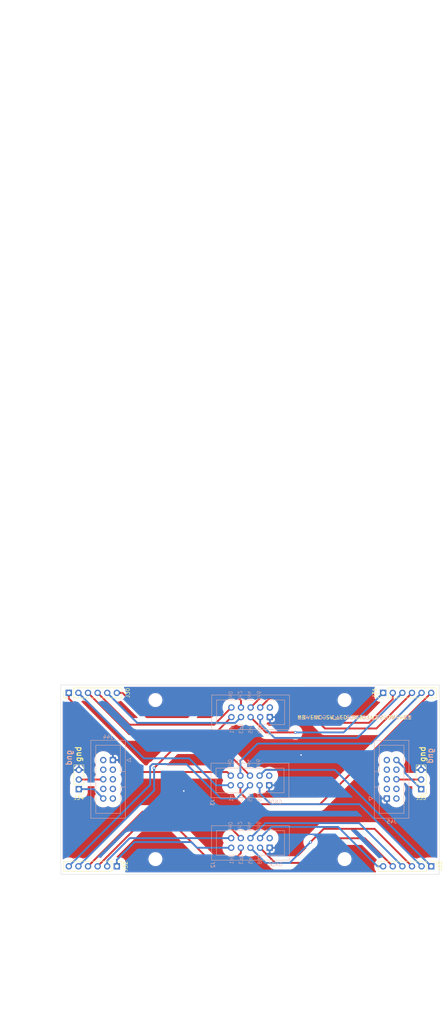
<source format=kicad_pcb>
(kicad_pcb (version 20221018) (generator pcbnew)
  (layers (0 "F.Cu" signal) (31 "B.Cu" signal) (34 "B.Paste" user) (35 "F.Paste" user) (36 "B.SilkS" user "B.Silkscreen") (37 "F.SilkS" user "F.Silkscreen") (38 "B.Mask" user) (39 "F.Mask" user) (44 "Edge.Cuts" user))
  (net 0 "")
  (net 1 "C_SW1")
  (net 2 "C_SW2")
  (net 3 "C_ENC1B")
  (net 4 "C_ENC1A")
  (net 5 "C_ENC2B")
  (net 6 "C_ENC2A")
  (net 7 "C_SW7")
  (net 8 "C_SW8")
  (net 9 "C_ENC7B")
  (net 10 "C_ENC7A")
  (net 11 "C_ENC8B")
  (net 12 "C_ENC8A")
  (net 13 "GNDA")
  (net 14 "+5VA")
  (net 15 "+5VD")
  (net 16 "C_ENC3B")
  (net 17 "C_ENC3A")
  (net 18 "C_ENC4B")
  (net 19 "C_ENC4A")
  (net 20 "C_SW3")
  (net 21 "C_SW4")
  (net 22 "C_ENC5B")
  (net 23 "C_ENC5A")
  (net 24 "C_ENC6B")
  (net 25 "C_ENC6A")
  (net 26 "C_SW5")
  (net 27 "C_SW6")
  (net 31 "Net-(J34-Pin_2)")
  (net 32 "Net-(J35-Pin_2)")
  (footprint "MountingHole:MountingHole_3.2mm_M3" (layer "F.Cu") (at 177 128.5)
    (fp_text reference "H20" hide)
    (fp_text value "MountingHole" hide)
    (pad "" np_thru_hole circle (at 0 0) (size 3.2 3.2) (drill 3.2) (layers "*.Cu" "*.Mask"))
  )
  (footprint "MountingHole:MountingHole_3.2mm_M3" (layer "F.Cu") (at 127 86.5)
    (fp_text reference "H14" hide)
    (fp_text value "MountingHole" hide)
    (pad "" np_thru_hole circle (at 0 0) (size 3.2 3.2) (drill 3.2) (layers "*.Cu" "*.Mask"))
  )
  (footprint "MountingHole:MountingHole_3.2mm_M3" (layer "F.Cu") (at 177 86.5)
    (fp_text reference "H16" hide)
    (fp_text value "MountingHole" hide)
    (pad "" np_thru_hole circle (at 0 0) (size 3.2 3.2) (drill 3.2) (layers "*.Cu" "*.Mask"))
  )
  (footprint "Connector_PinHeader_2.54mm:PinHeader_1x06_P2.54mm_Vertical" (layer "F.Cu") (at 199.9 130.4 -90)
    (fp_text reference "J33" (at 0 -2.33 90) (layer "F.SilkS"))
    (fp_text value "Conn_01x06_Pin" hide)
    (fp_line (start -1.33 -1.33) (end 0 -1.33) (stroke (width 0.12)) (layer "F.SilkS"))
    (fp_line (start -1.33 0) (end -1.33 -1.33) (stroke (width 0.12)) (layer "F.SilkS"))
    (fp_line (start -1.33 1.27) (end -1.33 14.03) (stroke (width 0.12)) (layer "F.SilkS"))
    (fp_line (start -1.33 1.27) (end 1.33 1.27) (stroke (width 0.12)) (layer "F.SilkS"))
    (fp_line (start -1.33 14.03) (end 1.33 14.03) (stroke (width 0.12)) (layer "F.SilkS"))
    (fp_line (start 1.33 1.27) (end 1.33 14.03) (stroke (width 0.12)) (layer "F.SilkS"))
    (pad "1" thru_hole rect (at 0 0 270) (size 1.7 1.7) (drill 1) (layers "*.Cu" "*.Mask") (net 7 "C_SW7"))
    (pad "2" thru_hole oval (at 0 2.54 270) (size 1.7 1.7) (drill 1) (layers "*.Cu" "*.Mask") (net 8 "C_SW8"))
    (pad "3" thru_hole oval (at 0 5.08 270) (size 1.7 1.7) (drill 1) (layers "*.Cu" "*.Mask") (net 9 "C_ENC7B"))
    (pad "4" thru_hole oval (at 0 7.62 270) (size 1.7 1.7) (drill 1) (layers "*.Cu" "*.Mask") (net 10 "C_ENC7A"))
    (pad "5" thru_hole oval (at 0 10.16 270) (size 1.7 1.7) (drill 1) (layers "*.Cu" "*.Mask") (net 11 "C_ENC8B"))
    (pad "6" thru_hole oval (at 0 12.7 270) (size 1.7 1.7) (drill 1) (layers "*.Cu" "*.Mask") (net 12 "C_ENC8A"))
  )
  (footprint "Connector_PinHeader_2.54mm:PinHeader_1x06_P2.54mm_Vertical" (layer "F.Cu") (at 104.1 84.6 90)
    (fp_text reference "J30" (at 0 15.62 90) (layer "F.SilkS"))
    (fp_text value "Conn_01x06_Pin" hide)
    (fp_line (start -1.33 -1.33) (end 0 -1.33) (stroke (width 0.12)) (layer "F.SilkS"))
    (fp_line (start -1.33 0) (end -1.33 -1.33) (stroke (width 0.12)) (layer "F.SilkS"))
    (fp_line (start -1.33 1.27) (end -1.33 14.03) (stroke (width 0.12)) (layer "F.SilkS"))
    (fp_line (start -1.33 1.27) (end 1.33 1.27) (stroke (width 0.12)) (layer "F.SilkS"))
    (fp_line (start -1.33 14.03) (end 1.33 14.03) (stroke (width 0.12)) (layer "F.SilkS"))
    (fp_line (start 1.33 1.27) (end 1.33 14.03) (stroke (width 0.12)) (layer "F.SilkS"))
    (pad "1" thru_hole rect (at 0 0 90) (size 1.7 1.7) (drill 1) (layers "*.Cu" "*.Mask") (net 1 "C_SW1"))
    (pad "2" thru_hole oval (at 0 2.54 90) (size 1.7 1.7) (drill 1) (layers "*.Cu" "*.Mask") (net 2 "C_SW2"))
    (pad "3" thru_hole oval (at 0 5.08 90) (size 1.7 1.7) (drill 1) (layers "*.Cu" "*.Mask") (net 3 "C_ENC1B"))
    (pad "4" thru_hole oval (at 0 7.62 90) (size 1.7 1.7) (drill 1) (layers "*.Cu" "*.Mask") (net 4 "C_ENC1A"))
    (pad "5" thru_hole oval (at 0 10.16 90) (size 1.7 1.7) (drill 1) (layers "*.Cu" "*.Mask") (net 5 "C_ENC2B"))
    (pad "6" thru_hole oval (at 0 12.7 90) (size 1.7 1.7) (drill 1) (layers "*.Cu" "*.Mask") (net 6 "C_ENC2A"))
  )
  (footprint "Connector_PinHeader_2.54mm:PinHeader_1x03_P2.54mm_Vertical" (layer "F.Cu") (at 106.75 110.025 180)
    (fp_text reference "J34" (at 0 -2.33) (layer "F.SilkS"))
    (fp_text value "Conn_01x06_Pin" hide)
    (fp_line (start -1.33 -1.33) (end 0 -1.33) (stroke (width 0.12)) (layer "F.SilkS"))
    (fp_line (start -1.33 0) (end -1.33 -1.33) (stroke (width 0.12)) (layer "F.SilkS"))
    (fp_line (start -1.33 1.27) (end -1.33 6.41) (stroke (width 0.12)) (layer "F.SilkS"))
    (fp_line (start -1.33 1.27) (end 1.33 1.27) (stroke (width 0.12)) (layer "F.SilkS"))
    (fp_line (start -1.33 6.41) (end 1.33 6.41) (stroke (width 0.12)) (layer "F.SilkS"))
    (fp_line (start 1.33 1.27) (end 1.33 6.41) (stroke (width 0.12)) (layer "F.SilkS"))
    (pad "1" thru_hole rect (at 0 0 180) (size 1.7 1.7) (drill 1) (layers "*.Cu" "*.Mask") (net 14 "+5VA"))
    (pad "2" thru_hole oval (at 0 2.54 180) (size 1.7 1.7) (drill 1) (layers "*.Cu" "*.Mask") (net 31 "Net-(J34-Pin_2)"))
    (pad "3" thru_hole oval (at 0 5.08 180) (size 1.7 1.7) (drill 1) (layers "*.Cu" "*.Mask") (net 13 "GNDA"))
  )
  (footprint "Connector_PinHeader_2.54mm:PinHeader_1x06_P2.54mm_Vertical" (layer "F.Cu") (at 187.2 84.6 90)
    (fp_text reference "J31" (at 0 -2.3 90) (layer "F.SilkS"))
    (fp_text value "Conn_01x06_Pin" hide)
    (fp_line (start -1.33 -1.33) (end 0 -1.33) (stroke (width 0.12)) (layer "F.SilkS"))
    (fp_line (start -1.33 0) (end -1.33 -1.33) (stroke (width 0.12)) (layer "F.SilkS"))
    (fp_line (start -1.33 1.27) (end -1.33 14.03) (stroke (width 0.12)) (layer "F.SilkS"))
    (fp_line (start -1.33 1.27) (end 1.33 1.27) (stroke (width 0.12)) (layer "F.SilkS"))
    (fp_line (start -1.33 14.03) (end 1.33 14.03) (stroke (width 0.12)) (layer "F.SilkS"))
    (fp_line (start 1.33 1.27) (end 1.33 14.03) (stroke (width 0.12)) (layer "F.SilkS"))
    (pad "1" thru_hole rect (at 0 0 90) (size 1.7 1.7) (drill 1) (layers "*.Cu" "*.Mask") (net 16 "C_ENC3B"))
    (pad "2" thru_hole oval (at 0 2.54 90) (size 1.7 1.7) (drill 1) (layers "*.Cu" "*.Mask") (net 17 "C_ENC3A"))
    (pad "3" thru_hole oval (at 0 5.08 90) (size 1.7 1.7) (drill 1) (layers "*.Cu" "*.Mask") (net 18 "C_ENC4B"))
    (pad "4" thru_hole oval (at 0 7.62 90) (size 1.7 1.7) (drill 1) (layers "*.Cu" "*.Mask") (net 19 "C_ENC4A"))
    (pad "5" thru_hole oval (at 0 10.16 90) (size 1.7 1.7) (drill 1) (layers "*.Cu" "*.Mask") (net 20 "C_SW3"))
    (pad "6" thru_hole oval (at 0 12.7 90) (size 1.7 1.7) (drill 1) (layers "*.Cu" "*.Mask") (net 21 "C_SW4"))
  )
  (footprint "Connector_PinHeader_2.54mm:PinHeader_1x06_P2.54mm_Vertical" (layer "F.Cu") (at 116.8 130.4 -90)
    (fp_text reference "J32" (at 0 -2.33 90) (layer "F.SilkS"))
    (fp_text value "Conn_01x06_Pin" hide)
    (fp_line (start -1.33 -1.33) (end 0 -1.33) (stroke (width 0.12)) (layer "F.SilkS"))
    (fp_line (start -1.33 0) (end -1.33 -1.33) (stroke (width 0.12)) (layer "F.SilkS"))
    (fp_line (start -1.33 1.27) (end -1.33 14.03) (stroke (width 0.12)) (layer "F.SilkS"))
    (fp_line (start -1.33 1.27) (end 1.33 1.27) (stroke (width 0.12)) (layer "F.SilkS"))
    (fp_line (start -1.33 14.03) (end 1.33 14.03) (stroke (width 0.12)) (layer "F.SilkS"))
    (fp_line (start 1.33 1.27) (end 1.33 14.03) (stroke (width 0.12)) (layer "F.SilkS"))
    (pad "1" thru_hole rect (at 0 0 270) (size 1.7 1.7) (drill 1) (layers "*.Cu" "*.Mask") (net 22 "C_ENC5B"))
    (pad "2" thru_hole oval (at 0 2.54 270) (size 1.7 1.7) (drill 1) (layers "*.Cu" "*.Mask") (net 23 "C_ENC5A"))
    (pad "3" thru_hole oval (at 0 5.08 270) (size 1.7 1.7) (drill 1) (layers "*.Cu" "*.Mask") (net 24 "C_ENC6B"))
    (pad "4" thru_hole oval (at 0 7.62 270) (size 1.7 1.7) (drill 1) (layers "*.Cu" "*.Mask") (net 25 "C_ENC6A"))
    (pad "5" thru_hole oval (at 0 10.16 270) (size 1.7 1.7) (drill 1) (layers "*.Cu" "*.Mask") (net 26 "C_SW5"))
    (pad "6" thru_hole oval (at 0 12.7 270) (size 1.7 1.7) (drill 1) (layers "*.Cu" "*.Mask") (net 27 "C_SW6"))
  )
  (footprint "Connector_PinHeader_2.54mm:PinHeader_1x03_P2.54mm_Vertical" (layer "F.Cu") (at 197.25 110.025 180)
    (fp_text reference "J35" (at 0 -2.33) (layer "F.SilkS"))
    (fp_text value "Conn_01x06_Pin" hide)
    (fp_line (start -1.33 -1.33) (end 0 -1.33) (stroke (width 0.12)) (layer "F.SilkS"))
    (fp_line (start -1.33 0) (end -1.33 -1.33) (stroke (width 0.12)) (layer "F.SilkS"))
    (fp_line (start -1.33 1.27) (end -1.33 6.41) (stroke (width 0.12)) (layer "F.SilkS"))
    (fp_line (start -1.33 1.27) (end 1.33 1.27) (stroke (width 0.12)) (layer "F.SilkS"))
    (fp_line (start -1.33 6.41) (end 1.33 6.41) (stroke (width 0.12)) (layer "F.SilkS"))
    (fp_line (start 1.33 1.27) (end 1.33 6.41) (stroke (width 0.12)) (layer "F.SilkS"))
    (pad "1" thru_hole rect (at 0 0 180) (size 1.7 1.7) (drill 1) (layers "*.Cu" "*.Mask") (net 15 "+5VD"))
    (pad "2" thru_hole oval (at 0 2.54 180) (size 1.7 1.7) (drill 1) (layers "*.Cu" "*.Mask") (net 32 "Net-(J35-Pin_2)"))
    (pad "3" thru_hole oval (at 0 5.08 180) (size 1.7 1.7) (drill 1) (layers "*.Cu" "*.Mask") (net 13 "GNDA"))
  )
  (footprint "MountingHole:MountingHole_3.2mm_M3" (layer "F.Cu") (at 127 128.5)
    (fp_text reference "H18" hide)
    (fp_text value "MountingHole" hide)
    (pad "" np_thru_hole circle (at 0 0) (size 3.2 3.2) (drill 3.2) (layers "*.Cu" "*.Mask"))
  )
  (footprint "Connector_IDC:IDC-Header_2x05_P2.54mm_Vertical" (layer "B.Cu") (at 115.7525 102.34 180)
    (fp_text reference "J44" (at 1.27 6.1) (layer "B.SilkS") (effects (justify mirror)))
    (fp_text value "IDC-Header_2x05_P2.54mm_Vertical")
    (fp_line (start -4.68 -0.5) (end -3.68 0) (stroke (width 0.12)) (layer "B.SilkS"))
    (fp_line (start -4.68 0.5) (end -4.68 -0.5) (stroke (width 0.12)) (layer "B.SilkS"))
    (fp_line (start -3.68 0) (end -4.68 0.5) (stroke (width 0.12)) (layer "B.SilkS"))
    (fp_line (start -3.29 -15.37) (end -3.29 5.21) (stroke (width 0.12)) (layer "B.SilkS"))
    (fp_line (start -3.29 -3.03) (end -1.98 -3.03) (stroke (width 0.12)) (layer "B.SilkS"))
    (fp_line (start -3.29 5.21) (end 5.83 5.21) (stroke (width 0.12)) (layer "B.SilkS"))
    (fp_line (start -1.98 -14.07) (end -1.98 -7.13) (stroke (width 0.12)) (layer "B.SilkS"))
    (fp_line (start -1.98 -7.13) (end -3.29 -7.13) (stroke (width 0.12)) (layer "B.SilkS"))
    (fp_line (start -1.98 -7.13) (end -1.98 -7.13) (stroke (width 0.12)) (layer "B.SilkS"))
    (fp_line (start -1.98 -3.03) (end -1.98 3.91) (stroke (width 0.12)) (layer "B.SilkS"))
    (fp_line (start -1.98 3.91) (end 4.52 3.91) (stroke (width 0.12)) (layer "B.SilkS"))
    (fp_line (start 4.52 -14.07) (end -1.98 -14.07) (stroke (width 0.12)) (layer "B.SilkS"))
    (fp_line (start 4.52 3.91) (end 4.52 -14.07) (stroke (width 0.12)) (layer "B.SilkS"))
    (fp_line (start 5.83 -15.37) (end -3.29 -15.37) (stroke (width 0.12)) (layer "B.SilkS"))
    (fp_line (start 5.83 5.21) (end 5.83 -15.37) (stroke (width 0.12)) (layer "B.SilkS"))
    (pad "1" thru_hole roundrect (at 0 0 180) (size 1.7 1.7) (drill 1) (layers "*.Cu" "*.Mask") (roundrect_rratio 0.1470588235) (net 13 "GNDA"))
    (pad "2" thru_hole circle (at 2.54 0 180) (size 1.7 1.7) (drill 1) (layers "*.Cu" "*.Mask"))
    (pad "3" thru_hole circle (at 0 -2.54 180) (size 1.7 1.7) (drill 1) (layers "*.Cu" "*.Mask"))
    (pad "4" thru_hole circle (at 2.54 -2.54 180) (size 1.7 1.7) (drill 1) (layers "*.Cu" "*.Mask"))
    (pad "5" thru_hole circle (at 0 -5.08 180) (size 1.7 1.7) (drill 1) (layers "*.Cu" "*.Mask"))
    (pad "6" thru_hole circle (at 2.54 -5.08 180) (size 1.7 1.7) (drill 1) (layers "*.Cu" "*.Mask") (net 31 "Net-(J34-Pin_2)"))
    (pad "7" thru_hole circle (at 0 -7.62 180) (size 1.7 1.7) (drill 1) (layers "*.Cu" "*.Mask"))
    (pad "8" thru_hole circle (at 2.54 -7.62 180) (size 1.7 1.7) (drill 1) (layers "*.Cu" "*.Mask"))
    (pad "9" thru_hole circle (at 0 -10.16 180) (size 1.7 1.7) (drill 1) (layers "*.Cu" "*.Mask"))
    (pad "10" thru_hole circle (at 2.54 -10.16 180) (size 1.7 1.7) (drill 1) (layers "*.Cu" "*.Mask") (net 14 "+5VA"))
  )
  (footprint "lib 2022 ksir:IDC-Header_2x05_P2.54mm_Vertical_ksr_dIN" (layer "B.Cu") (at 157.2 125.5 90)
    (fp_text reference "J2" (at -4.5 -15 90) (layer "B.SilkS") (effects (justify mirror)))
    (fp_text value "sin_in")
    (fp_text user "In3" (at -2 -7 90 unlocked) (layer "B.SilkS") (effects (font (thickness 0.1)) (justify left bottom mirror)))
    (fp_text user "In8" (at -2 -2 90 unlocked) (layer "B.SilkS") (effects (font (thickness 0.1)) (justify left bottom mirror)))
    (fp_text user "In1" (at -2 -9.5 90 unlocked) (layer "B.SilkS") (effects (font (thickness 0.1)) (justify left bottom mirror)))
    (fp_text user "In4" (at 4.5 -5.99922 270 unlocked) (layer "B.SilkS") (effects (font (thickness 0.1)) (justify left bottom mirror)))
    (fp_text user "In2" (at 4.606132 -8.5 270 unlocked) (layer "B.SilkS") (effects (font (thickness 0.1)) (justify left bottom mirror)))
    (fp_text user "GND" (at -5 3.5 unlocked) (layer "B.SilkS") (effects (font (thickness 0.1)) (justify left bottom mirror)))
    (fp_text user "In0" (at 4.5 -10.99922 270 unlocked) (layer "B.SilkS") (effects (font (thickness 0.1)) (justify left bottom mirror)))
    (fp_text user "In6" (at 4.606132 -3.5 270 unlocked) (layer "B.SilkS") (effects (font (thickness 0.1)) (justify left bottom mirror)))
    (fp_text user "In5" (at -2 -4.5 90 unlocked) (layer "B.SilkS") (effects (font (thickness 0.1)) (justify left bottom mirror)))
    (fp_line (start -4.68 -0.5) (end -3.68 0) (stroke (width 0.12)) (layer "B.SilkS"))
    (fp_line (start -4.68 0.5) (end -4.68 -0.5) (stroke (width 0.12)) (layer "B.SilkS"))
    (fp_line (start -3.68 0) (end -4.68 0.5) (stroke (width 0.12)) (layer "B.SilkS"))
    (fp_line (start -3.29 -15.37) (end -3.29 5.21) (stroke (width 0.12)) (layer "B.SilkS"))
    (fp_line (start -3.29 -3.03) (end -1.98 -3.03) (stroke (width 0.12)) (layer "B.SilkS"))
    (fp_line (start -3.29 5.21) (end 5.83 5.21) (stroke (width 0.12)) (layer "B.SilkS"))
    (fp_line (start -1.98 -14.07) (end -1.98 -7.13) (stroke (width 0.12)) (layer "B.SilkS"))
    (fp_line (start -1.98 -7.13) (end -3.29 -7.13) (stroke (width 0.12)) (layer "B.SilkS"))
    (fp_line (start -1.98 -7.13) (end -1.98 -7.13) (stroke (width 0.12)) (layer "B.SilkS"))
    (fp_line (start -1.98 -3.03) (end -1.98 3.91) (stroke (width 0.12)) (layer "B.SilkS"))
    (fp_line (start -1.98 3.91) (end 4.52 3.91) (stroke (width 0.12)) (layer "B.SilkS"))
    (fp_line (start 4.52 -14.07) (end -1.98 -14.07) (stroke (width 0.12)) (layer "B.SilkS"))
    (fp_line (start 4.52 3.91) (end 4.52 -14.07) (stroke (width 0.12)) (layer "B.SilkS"))
    (fp_line (start 5.83 -15.37) (end -3.29 -15.37) (stroke (width 0.12)) (layer "B.SilkS"))
    (fp_line (start 5.83 5.21) (end 5.83 -15.37) (stroke (width 0.12)) (layer "B.SilkS"))
    (pad "1" thru_hole roundrect (at 0 0 90) (size 1.7 1.7) (drill 1) (layers "*.Cu" "*.Mask") (roundrect_rratio 0.1470588235) (net 13 "GNDA"))
    (pad "2" thru_hole circle (at 2.54 0 90) (size 1.7 1.7) (drill 1) (layers "*.Cu" "*.Mask"))
    (pad "3" thru_hole circle (at 0 -2.54 90) (size 1.7 1.7) (drill 1) (layers "*.Cu" "*.Mask") (net 11 "C_ENC8B"))
    (pad "4" thru_hole circle (at 2.54 -2.54 90) (size 1.7 1.7) (drill 1) (layers "*.Cu" "*.Mask") (net 12 "C_ENC8A"))
    (pad "5" thru_hole circle (at 0 -5.08 90) (size 1.7 1.7) (drill 1) (layers "*.Cu" "*.Mask") (net 9 "C_ENC7B"))
    (pad "6" thru_hole circle (at 2.54 -5.08 90) (size 1.7 1.7) (drill 1) (layers "*.Cu" "*.Mask") (net 10 "C_ENC7A"))
    (pad "7" thru_hole circle (at 0 -7.62 90) (size 1.7 1.7) (drill 1) (layers "*.Cu" "*.Mask") (net 24 "C_ENC6B"))
    (pad "8" thru_hole circle (at 2.54 -7.62 90) (size 1.7 1.7) (drill 1) (layers "*.Cu" "*.Mask") (net 25 "C_ENC6A"))
    (pad "9" thru_hole circle (at 0 -10.16 90) (size 1.7 1.7) (drill 1) (layers "*.Cu" "*.Mask") (net 22 "C_ENC5B"))
    (pad "10" thru_hole circle (at 2.54 -10.16 90) (size 1.7 1.7) (drill 1) (layers "*.Cu" "*.Mask") (net 23 "C_ENC5A"))
  )
  (footprint "lib 2022 ksir:IDC-Header_2x05_P2.54mm_Vertical_ksr_dIN" (layer "B.Cu") (at 157.08 109 90)
    (fp_text reference "J3" (at -4.5 -15 90) (layer "B.SilkS") (effects (justify mirror)))
    (fp_text value "sin_in")
    (fp_text user "In2" (at 4.606132 -8.5 270 unlocked) (layer "B.SilkS") (effects (font (thickness 0.1)) (justify left bottom mirror)))
    (fp_text user "In8" (at -2 -2 90 unlocked) (layer "B.SilkS") (effects (font (thickness 0.1)) (justify left bottom mirror)))
    (fp_text user "In5" (at -2 -4.5 90 unlocked) (layer "B.SilkS") (effects (font (thickness 0.1)) (justify left bottom mirror)))
    (fp_text user "In3" (at -2 -7 90 unlocked) (layer "B.SilkS") (effects (font (thickness 0.1)) (justify left bottom mirror)))
    (fp_text user "In6" (at 4.606132 -3.5 270 unlocked) (layer "B.SilkS") (effects (font (thickness 0.1)) (justify left bottom mirror)))
    (fp_text user "In0" (at 4.5 -10.99922 270 unlocked) (layer "B.SilkS") (effects (font (thickness 0.1)) (justify left bottom mirror)))
    (fp_text user "In1" (at -2 -9.5 90 unlocked) (layer "B.SilkS") (effects (font (thickness 0.1)) (justify left bottom mirror)))
    (fp_text user "In4" (at 4.5 -5.99922 270 unlocked) (layer "B.SilkS") (effects (font (thickness 0.1)) (justify left bottom mirror)))
    (fp_text user "GND" (at -5 3.5 unlocked) (layer "B.SilkS") (effects (font (thickness 0.1)) (justify left bottom mirror)))
    (fp_line (start -4.68 -0.5) (end -3.68 0) (stroke (width 0.12)) (layer "B.SilkS"))
    (fp_line (start -4.68 0.5) (end -4.68 -0.5) (stroke (width 0.12)) (layer "B.SilkS"))
    (fp_line (start -3.68 0) (end -4.68 0.5) (stroke (width 0.12)) (layer "B.SilkS"))
    (fp_line (start -3.29 -15.37) (end -3.29 5.21) (stroke (width 0.12)) (layer "B.SilkS"))
    (fp_line (start -3.29 -3.03) (end -1.98 -3.03) (stroke (width 0.12)) (layer "B.SilkS"))
    (fp_line (start -3.29 5.21) (end 5.83 5.21) (stroke (width 0.12)) (layer "B.SilkS"))
    (fp_line (start -1.98 -14.07) (end -1.98 -7.13) (stroke (width 0.12)) (layer "B.SilkS"))
    (fp_line (start -1.98 -7.13) (end -3.29 -7.13) (stroke (width 0.12)) (layer "B.SilkS"))
    (fp_line (start -1.98 -7.13) (end -1.98 -7.13) (stroke (width 0.12)) (layer "B.SilkS"))
    (fp_line (start -1.98 -3.03) (end -1.98 3.91) (stroke (width 0.12)) (layer "B.SilkS"))
    (fp_line (start -1.98 3.91) (end 4.52 3.91) (stroke (width 0.12)) (layer "B.SilkS"))
    (fp_line (start 4.52 -14.07) (end -1.98 -14.07) (stroke (width 0.12)) (layer "B.SilkS"))
    (fp_line (start 4.52 3.91) (end 4.52 -14.07) (stroke (width 0.12)) (layer "B.SilkS"))
    (fp_line (start 5.83 -15.37) (end -3.29 -15.37) (stroke (width 0.12)) (layer "B.SilkS"))
    (fp_line (start 5.83 5.21) (end 5.83 -15.37) (stroke (width 0.12)) (layer "B.SilkS"))
    (pad "1" thru_hole roundrect (at 0 0 90) (size 1.7 1.7) (drill 1) (layers "*.Cu" "*.Mask") (roundrect_rratio 0.1470588235) (net 13 "GNDA"))
    (pad "2" thru_hole circle (at 2.54 0 90) (size 1.7 1.7) (drill 1) (layers "*.Cu" "*.Mask"))
    (pad "3" thru_hole circle (at 0 -2.54 90) (size 1.7 1.7) (drill 1) (layers "*.Cu" "*.Mask") (net 8 "C_SW8"))
    (pad "4" thru_hole circle (at 2.54 -2.54 90) (size 1.7 1.7) (drill 1) (layers "*.Cu" "*.Mask") (net 7 "C_SW7"))
    (pad "5" thru_hole circle (at 0 -5.08 90) (size 1.7 1.7) (drill 1) (layers "*.Cu" "*.Mask") (net 27 "C_SW6"))
    (pad "6" thru_hole circle (at 2.54 -5.08 90) (size 1.7 1.7) (drill 1) (layers "*.Cu" "*.Mask") (net 26 "C_SW5"))
    (pad "7" thru_hole circle (at 0 -7.62 90) (size 1.7 1.7) (drill 1) (layers "*.Cu" "*.Mask") (net 21 "C_SW4"))
    (pad "8" thru_hole circle (at 2.54 -7.62 90) (size 1.7 1.7) (drill 1) (layers "*.Cu" "*.Mask") (net 20 "C_SW3"))
    (pad "9" thru_hole circle (at 0 -10.16 90) (size 1.7 1.7) (drill 1) (layers "*.Cu" "*.Mask") (net 2 "C_SW2"))
    (pad "10" thru_hole circle (at 2.54 -10.16 90) (size 1.7 1.7) (drill 1) (layers "*.Cu" "*.Mask") (net 1 "C_SW1"))
  )
  (footprint "lib 2022 ksir:IDC-Header_2x05_P2.54mm_Vertical_ksr_dIN" (layer "B.Cu") (at 157.24 91 90)
    (fp_text reference "J1" hide)
    (fp_text value "sin_in")
    (fp_text user "In2" (at 4.606132 -8.5 270 unlocked) (layer "B.SilkS") (effects (font (thickness 0.1)) (justify left bottom mirror)))
    (fp_text user "In5" (at -2 -4.5 90 unlocked) (layer "B.SilkS") (effects (font (thickness 0.1)) (justify left bottom mirror)))
    (fp_text user "In1" (at -2 -9.5 90 unlocked) (layer "B.SilkS") (effects (font (thickness 0.1)) (justify left bottom mirror)))
    (fp_text user "In0" (at 4.5 -10.99922 270 unlocked) (layer "B.SilkS") (effects (font (thickness 0.1)) (justify left bottom mirror)))
    (fp_text user "In4" (at 4.5 -5.99922 270 unlocked) (layer "B.SilkS") (effects (font (thickness 0.1)) (justify left bottom mirror)))
    (fp_text user "In3" (at -2 -7 90 unlocked) (layer "B.SilkS") (effects (font (thickness 0.1)) (justify left bottom mirror)))
    (fp_text user "In8" (at -2 -2 90 unlocked) (layer "B.SilkS") (effects (font (thickness 0.1)) (justify left bottom mirror)))
    (fp_text user "In6" (at 4.606132 -3.5 270 unlocked) (layer "B.SilkS") (effects (font (thickness 0.1)) (justify left bottom mirror)))
    (fp_line (start -4.68 -0.5) (end -3.68 0) (stroke (width 0.12)) (layer "B.SilkS"))
    (fp_line (start -4.68 0.5) (end -4.68 -0.5) (stroke (width 0.12)) (layer "B.SilkS"))
    (fp_line (start -3.68 0) (end -4.68 0.5) (stroke (width 0.12)) (layer "B.SilkS"))
    (fp_line (start -3.29 -15.37) (end -3.29 5.21) (stroke (width 0.12)) (layer "B.SilkS"))
    (fp_line (start -3.29 -3.03) (end -1.98 -3.03) (stroke (width 0.12)) (layer "B.SilkS"))
    (fp_line (start -3.29 5.21) (end 5.83 5.21) (stroke (width 0.12)) (layer "B.SilkS"))
    (fp_line (start -1.98 -14.07) (end -1.98 -7.13) (stroke (width 0.12)) (layer "B.SilkS"))
    (fp_line (start -1.98 -7.13) (end -3.29 -7.13) (stroke (width 0.12)) (layer "B.SilkS"))
    (fp_line (start -1.98 -7.13) (end -1.98 -7.13) (stroke (width 0.12)) (layer "B.SilkS"))
    (fp_line (start -1.98 -3.03) (end -1.98 3.91) (stroke (width 0.12)) (layer "B.SilkS"))
    (fp_line (start -1.98 3.91) (end 4.52 3.91) (stroke (width 0.12)) (layer "B.SilkS"))
    (fp_line (start 4.52 -14.07) (end -1.98 -14.07) (stroke (width 0.12)) (layer "B.SilkS"))
    (fp_line (start 4.52 3.91) (end 4.52 -14.07) (stroke (width 0.12)) (layer "B.SilkS"))
    (fp_line (start 5.83 -15.37) (end -3.29 -15.37) (stroke (width 0.12)) (layer "B.SilkS"))
    (fp_line (start 5.83 5.21) (end 5.83 -15.37) (stroke (width 0.12)) (layer "B.SilkS"))
    (pad "1" thru_hole roundrect (at 0 0 90) (size 1.7 1.7) (drill 1) (layers "*.Cu" "*.Mask") (roundrect_rratio 0.1470588235) (net 13 "GNDA"))
    (pad "2" thru_hole circle (at 2.54 0 90) (size 1.7 1.7) (drill 1) (layers "*.Cu" "*.Mask"))
    (pad "3" thru_hole circle (at 0 -2.54 90) (size 1.7 1.7) (drill 1) (layers "*.Cu" "*.Mask") (net 18 "C_ENC4B"))
    (pad "4" thru_hole circle (at 2.54 -2.54 90) (size 1.7 1.7) (drill 1) (layers "*.Cu" "*.Mask") (net 19 "C_ENC4A"))
    (pad "5" thru_hole circle (at 0 -5.08 90) (size 1.7 1.7) (drill 1) (layers "*.Cu" "*.Mask") (net 16 "C_ENC3B"))
    (pad "6" thru_hole circle (at 2.54 -5.08 90) (size 1.7 1.7) (drill 1) (layers "*.Cu" "*.Mask") (net 17 "C_ENC3A"))
    (pad "7" thru_hole circle (at 0 -7.62 90) (size 1.7 1.7) (drill 1) (layers "*.Cu" "*.Mask") (net 5 "C_ENC2B"))
    (pad "8" thru_hole circle (at 2.54 -7.62 90) (size 1.7 1.7) (drill 1) (layers "*.Cu" "*.Mask") (net 6 "C_ENC2A"))
    (pad "9" thru_hole circle (at 0 -10.16 90) (size 1.7 1.7) (drill 1) (layers "*.Cu" "*.Mask") (net 3 "C_ENC1B"))
    (pad "10" thru_hole circle (at 2.54 -10.16 90) (size 1.7 1.7) (drill 1) (layers "*.Cu" "*.Mask") (net 4 "C_ENC1A"))
  )
  (footprint "Connector_IDC:IDC-Header_2x05_P2.54mm_Vertical" (layer "B.Cu") (at 188.1725 112.5)
    (fp_text reference "J45" (at 1.27 6.1) (layer "B.SilkS") (effects (justify mirror)))
    (fp_text value "IDC-Header_2x05_P2.54mm_Vertical")
    (fp_line (start -4.68 -0.5) (end -3.68 0) (stroke (width 0.12)) (layer "B.SilkS"))
    (fp_line (start -4.68 0.5) (end -4.68 -0.5) (stroke (width 0.12)) (layer "B.SilkS"))
    (fp_line (start -3.68 0) (end -4.68 0.5) (stroke (width 0.12)) (layer "B.SilkS"))
    (fp_line (start -3.29 -15.37) (end -3.29 5.21) (stroke (width 0.12)) (layer "B.SilkS"))
    (fp_line (start -3.29 -3.03) (end -1.98 -3.03) (stroke (width 0.12)) (layer "B.SilkS"))
    (fp_line (start -3.29 5.21) (end 5.83 5.21) (stroke (width 0.12)) (layer "B.SilkS"))
    (fp_line (start -1.98 -14.07) (end -1.98 -7.13) (stroke (width 0.12)) (layer "B.SilkS"))
    (fp_line (start -1.98 -7.13) (end -3.29 -7.13) (stroke (width 0.12)) (layer "B.SilkS"))
    (fp_line (start -1.98 -7.13) (end -1.98 -7.13) (stroke (width 0.12)) (layer "B.SilkS"))
    (fp_line (start -1.98 -3.03) (end -1.98 3.91) (stroke (width 0.12)) (layer "B.SilkS"))
    (fp_line (start -1.98 3.91) (end 4.52 3.91) (stroke (width 0.12)) (layer "B.SilkS"))
    (fp_line (start 4.52 -14.07) (end -1.98 -14.07) (stroke (width 0.12)) (layer "B.SilkS"))
    (fp_line (start 4.52 3.91) (end 4.52 -14.07) (stroke (width 0.12)) (layer "B.SilkS"))
    (fp_line (start 5.83 -15.37) (end -3.29 -15.37) (stroke (width 0.12)) (layer "B.SilkS"))
    (fp_line (start 5.83 5.21) (end 5.83 -15.37) (stroke (width 0.12)) (layer "B.SilkS"))
    (pad "1" thru_hole roundrect (at 0 0) (size 1.7 1.7) (drill 1) (layers "*.Cu" "*.Mask") (roundrect_rratio 0.1470588235) (net 13 "GNDA"))
    (pad "2" thru_hole circle (at 2.54 0) (size 1.7 1.7) (drill 1) (layers "*.Cu" "*.Mask"))
    (pad "3" thru_hole circle (at 0 -2.54) (size 1.7 1.7) (drill 1) (layers "*.Cu" "*.Mask"))
    (pad "4" thru_hole circle (at 2.54 -2.54) (size 1.7 1.7) (drill 1) (layers "*.Cu" "*.Mask"))
    (pad "5" thru_hole circle (at 0 -5.08) (size 1.7 1.7) (drill 1) (layers "*.Cu" "*.Mask"))
    (pad "6" thru_hole circle (at 2.54 -5.08) (size 1.7 1.7) (drill 1) (layers "*.Cu" "*.Mask") (net 32 "Net-(J35-Pin_2)"))
    (pad "7" thru_hole circle (at 0 -7.62) (size 1.7 1.7) (drill 1) (layers "*.Cu" "*.Mask"))
    (pad "8" thru_hole circle (at 2.54 -7.62) (size 1.7 1.7) (drill 1) (layers "*.Cu" "*.Mask"))
    (pad "9" thru_hole circle (at 0 -10.16) (size 1.7 1.7) (drill 1) (layers "*.Cu" "*.Mask"))
    (pad "10" thru_hole circle (at 2.54 -10.16) (size 1.7 1.7) (drill 1) (layers "*.Cu" "*.Mask") (net 15 "+5VD"))
  )
  (gr_poly (pts (xy 202 132.5) (xy 102 132.5) (xy 102 82.5) (xy 202 82.5)) (stroke (width 0.1)) (fill none) (layer "Edge.Cuts"))
  (gr_text "MB-ENC-SW_LED-RGB-4x2-CON-V0.1" (at 179.7 91.1) (layer "B.SilkS") (effects (font (size 1 1)) (justify mirror)))
  (gr_text "gnd" (at 200.5 99 90) (layer "B.SilkS") (effects (font (size 1.5 1.5) (thickness 0.3) bold) (justify left bottom mirror)))
  (gr_text "gnd" (at 105 99.5 90) (layer "B.SilkS") (effects (font (size 1.5 1.5) (thickness 0.3) bold) (justify left bottom mirror)))
  (gr_text "gnd" (at 107.5 103 90) (layer "F.SilkS") (effects (font (size 1.5 1.5) (thickness 0.3) bold) (justify left bottom)))
  (gr_text "MB-ENC-SW_LED-RGB-4x2-CON-V0.1" (at 179.6 91.1) (layer "F.SilkS") (effects (font (size 1 1))))
  (gr_text "gnd" (at 198.5 103 90) (layer "F.SilkS") (effects (font (size 1.5 1.5) (thickness 0.3) bold) (justify left bottom)))
  (segment (start 145.96 105.5) (end 146.92 106.46) (width 0.5) (layer "F.Cu") (net 1))
  (segment (start 104.1 86.1001) (end 123.4999 105.5) (width 0.5) (layer "F.Cu") (net 1))
  (segment (start 104.1 84.6) (end 104.1 86.1001) (width 0.5) (layer "F.Cu") (net 1))
  (segment (start 123.4999 105.5) (end 145.96 105.5) (width 0.5) (layer "F.Cu") (net 1))
  (segment (start 143 109) (end 135.8892 101.8892) (width 0.5) (layer "B.Cu") (net 2))
  (segment (start 123.9292 101.8892) (end 106.64 84.6) (width 0.5) (layer "B.Cu") (net 2))
  (segment (start 146.92 109) (end 143 109) (width 0.5) (layer "B.Cu") (net 2))
  (segment (start 135.8892 101.8892) (end 123.9292 101.8892) (width 0.5) (layer "B.Cu") (net 2))
  (segment (start 142.58 95.5) (end 147.08 91) (width 0.5) (layer "F.Cu") (net 3))
  (segment (start 109.18 84.6) (end 120.08 95.5) (width 0.5) (layer "F.Cu") (net 3))
  (segment (start 120.08 95.5) (end 142.58 95.5) (width 0.5) (layer "F.Cu") (net 3))
  (segment (start 120.12 93) (end 142.54 93) (width 0.5) (layer "F.Cu") (net 4))
  (segment (start 142.54 93) (end 147.08 88.46) (width 0.5) (layer "F.Cu") (net 4))
  (segment (start 111.72 84.6) (end 120.12 93) (width 0.5) (layer "F.Cu") (net 4))
  (segment (start 114.26 84.6) (end 122.1822 92.5222) (width 0.5) (layer "B.Cu") (net 5))
  (segment (start 122.1822 92.5222) (end 148.0978 92.5222) (width 0.5) (layer "B.Cu") (net 5))
  (segment (start 148.0978 92.5222) (end 149.62 91) (width 0.5) (layer "B.Cu") (net 5))
  (segment (start 148.5 85.5) (end 149.62 86.62) (width 0.5) (layer "F.Cu") (net 6))
  (segment (start 116.8 84.6) (end 118.3001 84.6) (width 0.5) (layer "F.Cu") (net 6))
  (segment (start 149.62 86.62) (end 149.62 88.46) (width 0.5) (layer "F.Cu") (net 6))
  (segment (start 135.5 91) (end 141 85.5) (width 0.5) (layer "F.Cu") (net 6))
  (segment (start 141 85.5) (end 148.5 85.5) (width 0.5) (layer "F.Cu") (net 6))
  (segment (start 124.7001 91) (end 135.5 91) (width 0.5) (layer "F.Cu") (net 6))
  (segment (start 118.3001 84.6) (end 124.7001 91) (width 0.5) (layer "F.Cu") (net 6))
  (segment (start 174.4378 104.9378) (end 156.0622 104.9378) (width 0.5) (layer "B.Cu") (net 7))
  (segment (start 156.0622 104.9378) (end 154.54 106.46) (width 0.5) (layer "B.Cu") (net 7))
  (segment (start 199.9 130.4) (end 174.4378 104.9378) (width 0.5) (layer "B.Cu") (net 7))
  (segment (start 154.54 111.04) (end 154.54 109) (width 0.5) (layer "B.Cu") (net 8))
  (segment (start 180.96 114) (end 157.5 114) (width 0.5) (layer "B.Cu") (net 8))
  (segment (start 197.36 130.4) (end 180.96 114) (width 0.5) (layer "B.Cu") (net 8))
  (segment (start 157.5 114) (end 154.54 111.04) (width 0.5) (layer "B.Cu") (net 8))
  (segment (start 171.5 120.5) (end 168 124) (width 0.5) (layer "F.Cu") (net 9))
  (segment (start 184.92 120.5) (end 171.5 120.5) (width 0.5) (layer "F.Cu") (net 9))
  (segment (start 194.82 130.4) (end 184.92 120.5) (width 0.5) (layer "F.Cu") (net 9))
  (via (at 168 124) (size 0.8) (drill 0.4) (layers "F.Cu" "B.Cu") (net 9))
  (segment (start 162.5 129.5) (end 168 124) (width 0.5) (layer "B.Cu") (net 9))
  (segment (start 156.12 129.5) (end 162.5 129.5) (width 0.5) (layer "B.Cu") (net 9))
  (segment (start 152.12 125.5) (end 156.12 129.5) (width 0.5) (layer "B.Cu") (net 9))
  (segment (start 152.12 122.96) (end 156.08 119) (width 0.5) (layer "B.Cu") (net 10))
  (segment (start 156.08 119) (end 180.88 119) (width 0.5) (layer "B.Cu") (net 10))
  (segment (start 180.88 119) (end 192.28 130.4) (width 0.5) (layer "B.Cu") (net 10))
  (segment (start 189.74 130.4) (end 182.34 123) (width 0.5) (layer "F.Cu") (net 11))
  (segment (start 182.34 123) (end 172 123) (width 0.5) (layer "F.Cu") (net 11))
  (segment (start 158.66 129.5) (end 154.66 125.5) (width 0.5) (layer "F.Cu") (net 11))
  (segment (start 172 123) (end 165.5 129.5) (width 0.5) (layer "F.Cu") (net 11))
  (segment (start 165.5 129.5) (end 158.66 129.5) (width 0.5) (layer "F.Cu") (net 11))
  (segment (start 154.66 122.96) (end 157.62 120) (width 0.5) (layer "B.Cu") (net 12))
  (segment (start 157.62 120) (end 175.2999 120) (width 0.5) (layer "B.Cu") (net 12))
  (segment (start 185.6999 130.4) (end 187.2 130.4) (width 0.5) (layer "B.Cu") (net 12))
  (segment (start 175.2999 120) (end 185.6999 130.4) (width 0.5) (layer "B.Cu") (net 12))
  (via (at 134.5 110.5) (size 0.8) (drill 0.4) (layers "F.Cu" "B.Cu") (net 13))
  (via (at 165.5 101) (size 0.8) (drill 0.4) (layers "F.Cu" "B.Cu") (net 13))
  (segment (start 106.75 110.025) (end 110.7375 110.025) (width 0.5) (layer "B.Cu") (net 14))
  (segment (start 110.7375 110.025) (end 113.2125 112.5) (width 0.5) (layer "B.Cu") (net 14))
  (segment (start 197.25 110.025) (end 192.8382 105.6132) (width 0.5) (layer "B.Cu") (net 15))
  (segment (start 192.8382 105.6132) (end 192.8382 104.4657) (width 0.5) (layer "B.Cu") (net 15))
  (segment (start 192.8382 104.4657) (end 190.7125 102.34) (width 0.5) (layer "B.Cu") (net 15))
  (segment (start 156.2095 95.0495) (end 164 95.0495) (width 0.5) (layer "F.Cu") (net 16))
  (segment (start 152.16 91) (end 156.2095 95.0495) (width 0.5) (layer "F.Cu") (net 16))
  (via (at 164 95.0495) (size 0.8) (drill 0.4) (layers "F.Cu" "B.Cu") (net 16))
  (segment (start 176.7505 95.0495) (end 164 95.0495) (width 0.5) (layer "B.Cu") (net 16))
  (segment (start 187.2 84.6) (end 176.7505 95.0495) (width 0.5) (layer "B.Cu") (net 16))
  (segment (start 189.74 86.26) (end 183.5 92.5) (width 0.5) (layer "F.Cu") (net 17))
  (segment (start 183.5 92.5) (end 173 92.5) (width 0.5) (layer "F.Cu") (net 17))
  (segment (start 156.4016 84.2184) (end 152.16 88.46) (width 0.5) (layer "F.Cu") (net 17))
  (segment (start 189.74 84.6) (end 189.74 86.26) (width 0.5) (layer "F.Cu") (net 17))
  (segment (start 164.7184 84.2184) (end 156.4016 84.2184) (width 0.5) (layer "F.Cu") (net 17))
  (segment (start 173 92.5) (end 164.7184 84.2184) (width 0.5) (layer "F.Cu") (net 17))
  (segment (start 192.28 84.6) (end 180.38 96.5) (width 0.5) (layer "B.Cu") (net 18))
  (segment (start 180.38 96.5) (end 158.5 96.5) (width 0.5) (layer "B.Cu") (net 18))
  (segment (start 154.7 92.7) (end 154.7 91) (width 0.5) (layer "B.Cu") (net 18))
  (segment (start 158.5 96.5) (end 154.7 92.7) (width 0.5) (layer "B.Cu") (net 18))
  (segment (start 157.16 86) (end 154.7 88.46) (width 0.5) (layer "F.Cu") (net 19))
  (segment (start 171.82065 94) (end 163.82065 86) (width 0.5) (layer "F.Cu") (net 19))
  (segment (start 194.82 84.6) (end 185.42 94) (width 0.5) (layer "F.Cu") (net 19))
  (segment (start 185.42 94) (end 171.82065 94) (width 0.5) (layer "F.Cu") (net 19))
  (segment (start 163.82065 86) (end 157.16 86) (width 0.5) (layer "F.Cu") (net 19))
  (segment (start 183.9644 97.9956) (end 154.0044 97.9956) (width 0.5) (layer "B.Cu") (net 20))
  (segment (start 197.36 84.6) (end 183.9644 97.9956) (width 0.5) (layer "B.Cu") (net 20))
  (segment (start 154.0044 97.9956) (end 149.46 102.54) (width 0.5) (layer "B.Cu") (net 20))
  (segment (start 149.46 102.54) (end 149.46 106.46) (width 0.5) (layer "B.Cu") (net 20))
  (segment (start 199.9 84.6) (end 170.5 114) (width 0.5) (layer "F.Cu") (net 21))
  (segment (start 149.46 110.96) (end 149.46 109) (width 0.5) (layer "F.Cu") (net 21))
  (segment (start 170.5 114) (end 152.5 114) (width 0.5) (layer "F.Cu") (net 21))
  (segment (start 152.5 114) (end 149.46 110.96) (width 0.5) (layer "F.Cu") (net 21))
  (segment (start 138 125.5) (end 147.04 125.5) (width 0.5) (layer "B.Cu") (net 22))
  (segment (start 116.8 130.4) (end 116.8 128.7) (width 0.5) (layer "B.Cu") (net 22))
  (segment (start 136.5 124) (end 138 125.5) (width 0.5) (layer "B.Cu") (net 22))
  (segment (start 116.8 128.7) (end 121.5 124) (width 0.5) (layer "B.Cu") (net 22))
  (segment (start 121.5 124) (end 136.5 124) (width 0.5) (layer "B.Cu") (net 22))
  (segment (start 120.1999 122.96) (end 147.04 122.96) (width 0.5) (layer "B.Cu") (net 23))
  (segment (start 114.26 130.4) (end 114.26 128.8999) (width 0.5) (layer "B.Cu") (net 23))
  (segment (start 114.26 128.8999) (end 120.1999 122.96) (width 0.5) (layer "B.Cu") (net 23))
  (segment (start 142.5 130) (end 146.5 130) (width 0.5) (layer "F.Cu") (net 24))
  (segment (start 111.72 130.4) (end 122.62 119.5) (width 0.5) (layer "F.Cu") (net 24))
  (segment (start 149.58 126.92) (end 149.58 125.5) (width 0.5) (layer "F.Cu") (net 24))
  (segment (start 146.5 130) (end 149.58 126.92) (width 0.5) (layer "F.Cu") (net 24))
  (segment (start 122.62 119.5) (end 132 119.5) (width 0.5) (layer "F.Cu") (net 24))
  (segment (start 132 119.5) (end 142.5 130) (width 0.5) (layer "F.Cu") (net 24))
  (segment (start 123.58 116) (end 142.62 116) (width 0.5) (layer "F.Cu") (net 25))
  (segment (start 109.18 130.4) (end 123.58 116) (width 0.5) (layer "F.Cu") (net 25))
  (segment (start 142.62 116) (end 149.58 122.96) (width 0.5) (layer "F.Cu") (net 25))
  (segment (start 144.54 99) (end 132.1099 99) (width 0.5) (layer "F.Cu") (net 26))
  (segment (start 152 106.46) (end 144.54 99) (width 0.5) (layer "F.Cu") (net 26))
  (segment (start 132.1099 99) (end 126.6594 104.4505) (width 0.5) (layer "F.Cu") (net 26))
  (via (at 126.6594 104.4505) (size 0.8) (drill 0.4) (layers "F.Cu" "B.Cu") (net 26))
  (segment (start 106.64 130.4) (end 126.6594 110.3806) (width 0.5) (layer "B.Cu") (net 26))
  (segment (start 126.6594 110.3806) (end 126.6594 104.4505) (width 0.5) (layer "B.Cu") (net 26))
  (segment (start 104.1 130.4) (end 125.6099 108.8901) (width 0.5) (layer "B.Cu") (net 27))
  (segment (start 126.224682 103.401) (end 135.1942 103.401) (width 0.5) (layer "B.Cu") (net 27))
  (segment (start 125.6099 104.015782) (end 126.224682 103.401) (width 0.5) (layer "B.Cu") (net 27))
  (segment (start 148.5 112.5) (end 152 109) (width 0.5) (layer "B.Cu") (net 27))
  (segment (start 125.6099 108.8901) (end 125.6099 104.015782) (width 0.5) (layer "B.Cu") (net 27))
  (segment (start 144.2932 112.5) (end 148.5 112.5) (width 0.5) (layer "B.Cu") (net 27))
  (segment (start 135.1942 103.401) (end 144.2932 112.5) (width 0.5) (layer "B.Cu") (net 27))
  (segment (start 106.75 107.485) (end 113.1475 107.485) (width 0.5) (layer "F.Cu") (net 31))
  (segment (start 113.1475 107.485) (end 113.2125 107.42) (width 0.5) (layer "F.Cu") (net 31))
  (segment (start 190.7775 107.485) (end 190.7125 107.42) (width 0.5) (layer "F.Cu") (net 32))
  (segment (start 197.25 107.485) (end 190.7775 107.485) (width 0.5) (layer "F.Cu") (net 32))
  (zone (net 13) (net_name "GNDA") (layers "F&B.Cu") (connect_pads (clearance 1.5)) (min_thickness 0.254) (fill yes (thermal_gap 0.508) (thermal_bridge_width 0.508) (island_removal_mode 1) (island_area_min 10))
    (polygon (pts (xy 201.5 132) (xy 102.5 132) (xy 102.5 83) (xy 201.5 83)))
  )
)
</source>
